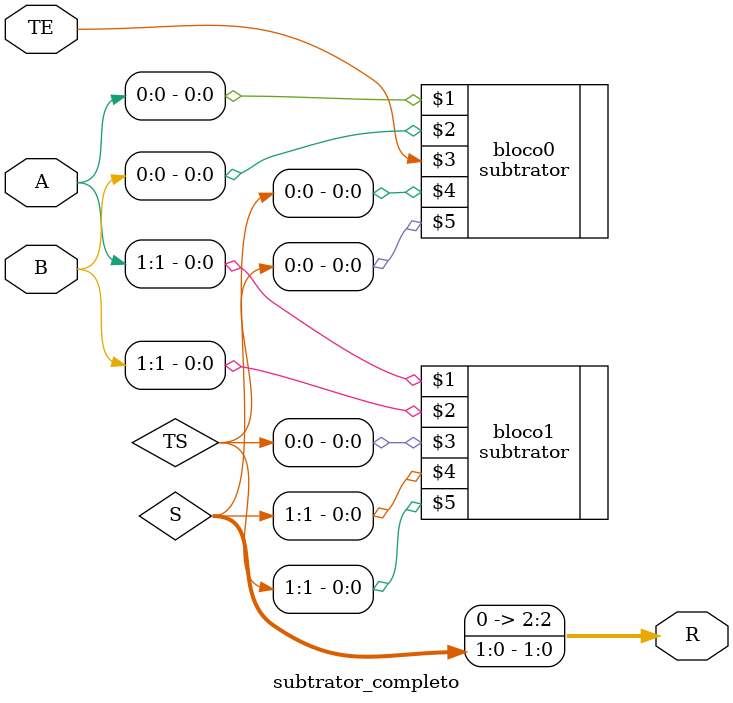
<source format=v>

module subtrator_completo (A, B, TE, R);

	//entradas A e B
	input [1:0] A, B;
	//transporte de entrada
	input TE;
	//Resultado 
	output [2:0] R;
	
	//variaveis intermediarias
	wire [1:0] TS, S;
	
	//subtrator(A, B, TE, S, TS);
	subtrator bloco0 (A[0], B[0], TE, S[0], TS[0]);
	subtrator bloco1 (A[1], B[1], TS[0], S[1], TS[1]);
	
	//resultado 
	assign R = {S[1], S[0]};
	
	endmodule

</source>
